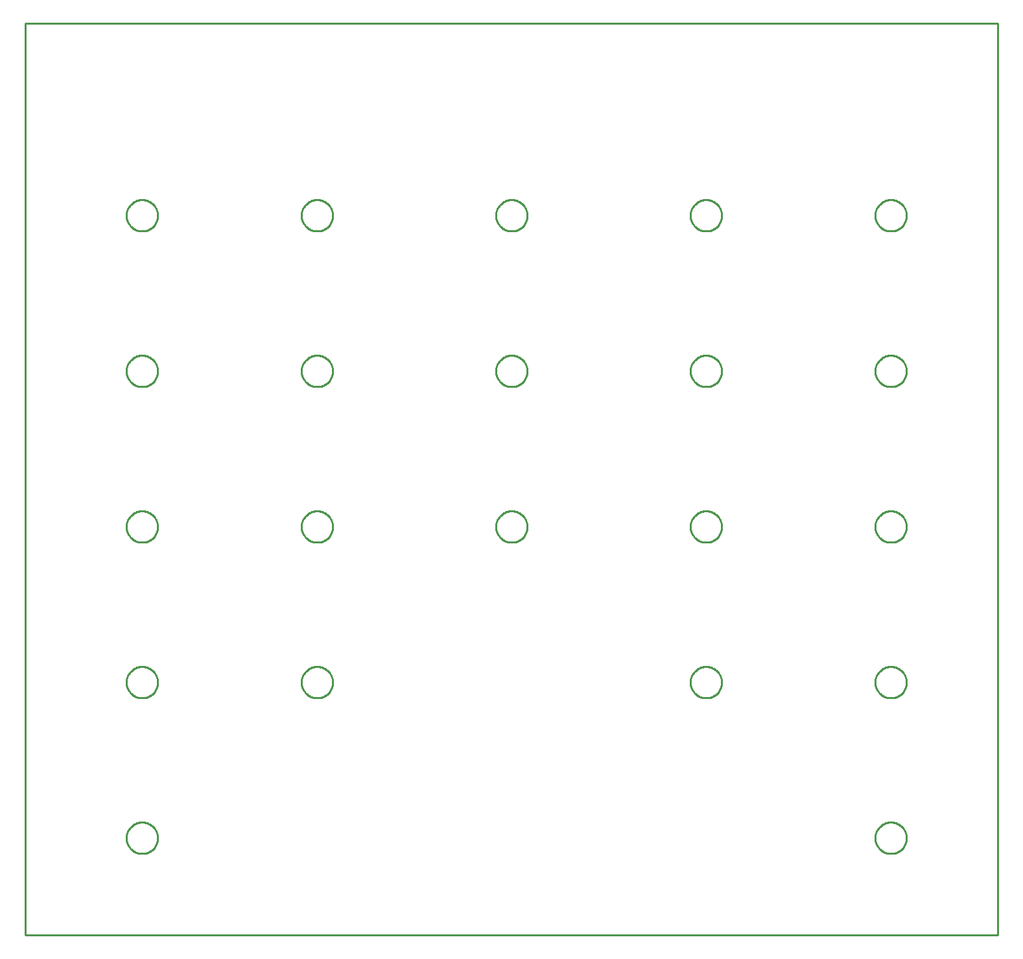
<source format=gbr>
G04 EAGLE Gerber RS-274X export*
G75*
%MOMM*%
%FSLAX34Y34*%
%LPD*%
%IN*%
%IPPOS*%
%AMOC8*
5,1,8,0,0,1.08239X$1,22.5*%
G01*
%ADD10C,0.254000*%


D10*
X0Y0D02*
X1269800Y0D01*
X1269800Y1190500D01*
X0Y1190500D01*
X0Y0D01*
X1150747Y940418D02*
X1150672Y941651D01*
X1150523Y942878D01*
X1150301Y944093D01*
X1150005Y945293D01*
X1149637Y946473D01*
X1149199Y947628D01*
X1148692Y948755D01*
X1148118Y949849D01*
X1147479Y950907D01*
X1146777Y951924D01*
X1146015Y952896D01*
X1145195Y953821D01*
X1144321Y954695D01*
X1143396Y955515D01*
X1142424Y956277D01*
X1141407Y956979D01*
X1140349Y957618D01*
X1139255Y958192D01*
X1138128Y958699D01*
X1136973Y959137D01*
X1135793Y959505D01*
X1134593Y959801D01*
X1133378Y960023D01*
X1132151Y960172D01*
X1130918Y960247D01*
X1129682Y960247D01*
X1128449Y960172D01*
X1127222Y960023D01*
X1126007Y959801D01*
X1124807Y959505D01*
X1123627Y959137D01*
X1122472Y958699D01*
X1121345Y958192D01*
X1120251Y957618D01*
X1119193Y956979D01*
X1118176Y956277D01*
X1117204Y955515D01*
X1116279Y954695D01*
X1115405Y953821D01*
X1114586Y952896D01*
X1113823Y951924D01*
X1113121Y950907D01*
X1112482Y949849D01*
X1111908Y948755D01*
X1111401Y947628D01*
X1110963Y946473D01*
X1110595Y945293D01*
X1110299Y944093D01*
X1110077Y942878D01*
X1109928Y941651D01*
X1109853Y940418D01*
X1109853Y939182D01*
X1109928Y937949D01*
X1110077Y936722D01*
X1110299Y935507D01*
X1110595Y934307D01*
X1110963Y933127D01*
X1111401Y931972D01*
X1111908Y930845D01*
X1112482Y929751D01*
X1113121Y928693D01*
X1113823Y927676D01*
X1114586Y926704D01*
X1115405Y925779D01*
X1116279Y924905D01*
X1117204Y924086D01*
X1118176Y923323D01*
X1119193Y922621D01*
X1120251Y921982D01*
X1121345Y921408D01*
X1122472Y920901D01*
X1123627Y920463D01*
X1124807Y920095D01*
X1126007Y919799D01*
X1127222Y919577D01*
X1128449Y919428D01*
X1129682Y919353D01*
X1130918Y919353D01*
X1132151Y919428D01*
X1133378Y919577D01*
X1134593Y919799D01*
X1135793Y920095D01*
X1136973Y920463D01*
X1138128Y920901D01*
X1139255Y921408D01*
X1140349Y921982D01*
X1141407Y922621D01*
X1142424Y923323D01*
X1143396Y924086D01*
X1144321Y924905D01*
X1145195Y925779D01*
X1146015Y926704D01*
X1146777Y927676D01*
X1147479Y928693D01*
X1148118Y929751D01*
X1148692Y930845D01*
X1149199Y931972D01*
X1149637Y933127D01*
X1150005Y934307D01*
X1150301Y935507D01*
X1150523Y936722D01*
X1150672Y937949D01*
X1150747Y939182D01*
X1150747Y940418D01*
X401447Y534018D02*
X401372Y535251D01*
X401223Y536478D01*
X401001Y537693D01*
X400705Y538893D01*
X400337Y540073D01*
X399899Y541228D01*
X399392Y542355D01*
X398818Y543449D01*
X398179Y544507D01*
X397477Y545524D01*
X396715Y546496D01*
X395895Y547421D01*
X395021Y548295D01*
X394096Y549115D01*
X393124Y549877D01*
X392107Y550579D01*
X391049Y551218D01*
X389955Y551792D01*
X388828Y552299D01*
X387673Y552737D01*
X386493Y553105D01*
X385293Y553401D01*
X384078Y553623D01*
X382851Y553772D01*
X381618Y553847D01*
X380382Y553847D01*
X379149Y553772D01*
X377922Y553623D01*
X376707Y553401D01*
X375507Y553105D01*
X374327Y552737D01*
X373172Y552299D01*
X372045Y551792D01*
X370951Y551218D01*
X369893Y550579D01*
X368876Y549877D01*
X367904Y549115D01*
X366979Y548295D01*
X366105Y547421D01*
X365286Y546496D01*
X364523Y545524D01*
X363821Y544507D01*
X363182Y543449D01*
X362608Y542355D01*
X362101Y541228D01*
X361663Y540073D01*
X361295Y538893D01*
X360999Y537693D01*
X360777Y536478D01*
X360628Y535251D01*
X360553Y534018D01*
X360553Y532782D01*
X360628Y531549D01*
X360777Y530322D01*
X360999Y529107D01*
X361295Y527907D01*
X361663Y526727D01*
X362101Y525572D01*
X362608Y524445D01*
X363182Y523351D01*
X363821Y522293D01*
X364523Y521276D01*
X365286Y520304D01*
X366105Y519379D01*
X366979Y518505D01*
X367904Y517686D01*
X368876Y516923D01*
X369893Y516221D01*
X370951Y515582D01*
X372045Y515008D01*
X373172Y514501D01*
X374327Y514063D01*
X375507Y513695D01*
X376707Y513399D01*
X377922Y513177D01*
X379149Y513028D01*
X380382Y512953D01*
X381618Y512953D01*
X382851Y513028D01*
X384078Y513177D01*
X385293Y513399D01*
X386493Y513695D01*
X387673Y514063D01*
X388828Y514501D01*
X389955Y515008D01*
X391049Y515582D01*
X392107Y516221D01*
X393124Y516923D01*
X394096Y517686D01*
X395021Y518505D01*
X395895Y519379D01*
X396715Y520304D01*
X397477Y521276D01*
X398179Y522293D01*
X398818Y523351D01*
X399392Y524445D01*
X399899Y525572D01*
X400337Y526727D01*
X400705Y527907D01*
X401001Y529107D01*
X401223Y530322D01*
X401372Y531549D01*
X401447Y532782D01*
X401447Y534018D01*
X655447Y534018D02*
X655372Y535251D01*
X655223Y536478D01*
X655001Y537693D01*
X654705Y538893D01*
X654337Y540073D01*
X653899Y541228D01*
X653392Y542355D01*
X652818Y543449D01*
X652179Y544507D01*
X651477Y545524D01*
X650715Y546496D01*
X649895Y547421D01*
X649021Y548295D01*
X648096Y549115D01*
X647124Y549877D01*
X646107Y550579D01*
X645049Y551218D01*
X643955Y551792D01*
X642828Y552299D01*
X641673Y552737D01*
X640493Y553105D01*
X639293Y553401D01*
X638078Y553623D01*
X636851Y553772D01*
X635618Y553847D01*
X634382Y553847D01*
X633149Y553772D01*
X631922Y553623D01*
X630707Y553401D01*
X629507Y553105D01*
X628327Y552737D01*
X627172Y552299D01*
X626045Y551792D01*
X624951Y551218D01*
X623893Y550579D01*
X622876Y549877D01*
X621904Y549115D01*
X620979Y548295D01*
X620105Y547421D01*
X619286Y546496D01*
X618523Y545524D01*
X617821Y544507D01*
X617182Y543449D01*
X616608Y542355D01*
X616101Y541228D01*
X615663Y540073D01*
X615295Y538893D01*
X614999Y537693D01*
X614777Y536478D01*
X614628Y535251D01*
X614553Y534018D01*
X614553Y532782D01*
X614628Y531549D01*
X614777Y530322D01*
X614999Y529107D01*
X615295Y527907D01*
X615663Y526727D01*
X616101Y525572D01*
X616608Y524445D01*
X617182Y523351D01*
X617821Y522293D01*
X618523Y521276D01*
X619286Y520304D01*
X620105Y519379D01*
X620979Y518505D01*
X621904Y517686D01*
X622876Y516923D01*
X623893Y516221D01*
X624951Y515582D01*
X626045Y515008D01*
X627172Y514501D01*
X628327Y514063D01*
X629507Y513695D01*
X630707Y513399D01*
X631922Y513177D01*
X633149Y513028D01*
X634382Y512953D01*
X635618Y512953D01*
X636851Y513028D01*
X638078Y513177D01*
X639293Y513399D01*
X640493Y513695D01*
X641673Y514063D01*
X642828Y514501D01*
X643955Y515008D01*
X645049Y515582D01*
X646107Y516221D01*
X647124Y516923D01*
X648096Y517686D01*
X649021Y518505D01*
X649895Y519379D01*
X650715Y520304D01*
X651477Y521276D01*
X652179Y522293D01*
X652818Y523351D01*
X653392Y524445D01*
X653899Y525572D01*
X654337Y526727D01*
X654705Y527907D01*
X655001Y529107D01*
X655223Y530322D01*
X655372Y531549D01*
X655447Y532782D01*
X655447Y534018D01*
X909447Y534018D02*
X909372Y535251D01*
X909223Y536478D01*
X909001Y537693D01*
X908705Y538893D01*
X908337Y540073D01*
X907899Y541228D01*
X907392Y542355D01*
X906818Y543449D01*
X906179Y544507D01*
X905477Y545524D01*
X904715Y546496D01*
X903895Y547421D01*
X903021Y548295D01*
X902096Y549115D01*
X901124Y549877D01*
X900107Y550579D01*
X899049Y551218D01*
X897955Y551792D01*
X896828Y552299D01*
X895673Y552737D01*
X894493Y553105D01*
X893293Y553401D01*
X892078Y553623D01*
X890851Y553772D01*
X889618Y553847D01*
X888382Y553847D01*
X887149Y553772D01*
X885922Y553623D01*
X884707Y553401D01*
X883507Y553105D01*
X882327Y552737D01*
X881172Y552299D01*
X880045Y551792D01*
X878951Y551218D01*
X877893Y550579D01*
X876876Y549877D01*
X875904Y549115D01*
X874979Y548295D01*
X874105Y547421D01*
X873286Y546496D01*
X872523Y545524D01*
X871821Y544507D01*
X871182Y543449D01*
X870608Y542355D01*
X870101Y541228D01*
X869663Y540073D01*
X869295Y538893D01*
X868999Y537693D01*
X868777Y536478D01*
X868628Y535251D01*
X868553Y534018D01*
X868553Y532782D01*
X868628Y531549D01*
X868777Y530322D01*
X868999Y529107D01*
X869295Y527907D01*
X869663Y526727D01*
X870101Y525572D01*
X870608Y524445D01*
X871182Y523351D01*
X871821Y522293D01*
X872523Y521276D01*
X873286Y520304D01*
X874105Y519379D01*
X874979Y518505D01*
X875904Y517686D01*
X876876Y516923D01*
X877893Y516221D01*
X878951Y515582D01*
X880045Y515008D01*
X881172Y514501D01*
X882327Y514063D01*
X883507Y513695D01*
X884707Y513399D01*
X885922Y513177D01*
X887149Y513028D01*
X888382Y512953D01*
X889618Y512953D01*
X890851Y513028D01*
X892078Y513177D01*
X893293Y513399D01*
X894493Y513695D01*
X895673Y514063D01*
X896828Y514501D01*
X897955Y515008D01*
X899049Y515582D01*
X900107Y516221D01*
X901124Y516923D01*
X902096Y517686D01*
X903021Y518505D01*
X903895Y519379D01*
X904715Y520304D01*
X905477Y521276D01*
X906179Y522293D01*
X906818Y523351D01*
X907392Y524445D01*
X907899Y525572D01*
X908337Y526727D01*
X908705Y527907D01*
X909001Y529107D01*
X909223Y530322D01*
X909372Y531549D01*
X909447Y532782D01*
X909447Y534018D01*
X1150747Y534018D02*
X1150672Y535251D01*
X1150523Y536478D01*
X1150301Y537693D01*
X1150005Y538893D01*
X1149637Y540073D01*
X1149199Y541228D01*
X1148692Y542355D01*
X1148118Y543449D01*
X1147479Y544507D01*
X1146777Y545524D01*
X1146015Y546496D01*
X1145195Y547421D01*
X1144321Y548295D01*
X1143396Y549115D01*
X1142424Y549877D01*
X1141407Y550579D01*
X1140349Y551218D01*
X1139255Y551792D01*
X1138128Y552299D01*
X1136973Y552737D01*
X1135793Y553105D01*
X1134593Y553401D01*
X1133378Y553623D01*
X1132151Y553772D01*
X1130918Y553847D01*
X1129682Y553847D01*
X1128449Y553772D01*
X1127222Y553623D01*
X1126007Y553401D01*
X1124807Y553105D01*
X1123627Y552737D01*
X1122472Y552299D01*
X1121345Y551792D01*
X1120251Y551218D01*
X1119193Y550579D01*
X1118176Y549877D01*
X1117204Y549115D01*
X1116279Y548295D01*
X1115405Y547421D01*
X1114586Y546496D01*
X1113823Y545524D01*
X1113121Y544507D01*
X1112482Y543449D01*
X1111908Y542355D01*
X1111401Y541228D01*
X1110963Y540073D01*
X1110595Y538893D01*
X1110299Y537693D01*
X1110077Y536478D01*
X1109928Y535251D01*
X1109853Y534018D01*
X1109853Y532782D01*
X1109928Y531549D01*
X1110077Y530322D01*
X1110299Y529107D01*
X1110595Y527907D01*
X1110963Y526727D01*
X1111401Y525572D01*
X1111908Y524445D01*
X1112482Y523351D01*
X1113121Y522293D01*
X1113823Y521276D01*
X1114586Y520304D01*
X1115405Y519379D01*
X1116279Y518505D01*
X1117204Y517686D01*
X1118176Y516923D01*
X1119193Y516221D01*
X1120251Y515582D01*
X1121345Y515008D01*
X1122472Y514501D01*
X1123627Y514063D01*
X1124807Y513695D01*
X1126007Y513399D01*
X1127222Y513177D01*
X1128449Y513028D01*
X1129682Y512953D01*
X1130918Y512953D01*
X1132151Y513028D01*
X1133378Y513177D01*
X1134593Y513399D01*
X1135793Y513695D01*
X1136973Y514063D01*
X1138128Y514501D01*
X1139255Y515008D01*
X1140349Y515582D01*
X1141407Y516221D01*
X1142424Y516923D01*
X1143396Y517686D01*
X1144321Y518505D01*
X1145195Y519379D01*
X1146015Y520304D01*
X1146777Y521276D01*
X1147479Y522293D01*
X1148118Y523351D01*
X1148692Y524445D01*
X1149199Y525572D01*
X1149637Y526727D01*
X1150005Y527907D01*
X1150301Y529107D01*
X1150523Y530322D01*
X1150672Y531549D01*
X1150747Y532782D01*
X1150747Y534018D01*
X1150747Y127618D02*
X1150672Y128851D01*
X1150523Y130078D01*
X1150301Y131293D01*
X1150005Y132493D01*
X1149637Y133673D01*
X1149199Y134828D01*
X1148692Y135955D01*
X1148118Y137049D01*
X1147479Y138107D01*
X1146777Y139124D01*
X1146015Y140096D01*
X1145195Y141021D01*
X1144321Y141895D01*
X1143396Y142715D01*
X1142424Y143477D01*
X1141407Y144179D01*
X1140349Y144818D01*
X1139255Y145392D01*
X1138128Y145899D01*
X1136973Y146337D01*
X1135793Y146705D01*
X1134593Y147001D01*
X1133378Y147223D01*
X1132151Y147372D01*
X1130918Y147447D01*
X1129682Y147447D01*
X1128449Y147372D01*
X1127222Y147223D01*
X1126007Y147001D01*
X1124807Y146705D01*
X1123627Y146337D01*
X1122472Y145899D01*
X1121345Y145392D01*
X1120251Y144818D01*
X1119193Y144179D01*
X1118176Y143477D01*
X1117204Y142715D01*
X1116279Y141895D01*
X1115405Y141021D01*
X1114586Y140096D01*
X1113823Y139124D01*
X1113121Y138107D01*
X1112482Y137049D01*
X1111908Y135955D01*
X1111401Y134828D01*
X1110963Y133673D01*
X1110595Y132493D01*
X1110299Y131293D01*
X1110077Y130078D01*
X1109928Y128851D01*
X1109853Y127618D01*
X1109853Y126382D01*
X1109928Y125149D01*
X1110077Y123922D01*
X1110299Y122707D01*
X1110595Y121507D01*
X1110963Y120327D01*
X1111401Y119172D01*
X1111908Y118045D01*
X1112482Y116951D01*
X1113121Y115893D01*
X1113823Y114876D01*
X1114586Y113904D01*
X1115405Y112979D01*
X1116279Y112105D01*
X1117204Y111286D01*
X1118176Y110523D01*
X1119193Y109821D01*
X1120251Y109182D01*
X1121345Y108608D01*
X1122472Y108101D01*
X1123627Y107663D01*
X1124807Y107295D01*
X1126007Y106999D01*
X1127222Y106777D01*
X1128449Y106628D01*
X1129682Y106553D01*
X1130918Y106553D01*
X1132151Y106628D01*
X1133378Y106777D01*
X1134593Y106999D01*
X1135793Y107295D01*
X1136973Y107663D01*
X1138128Y108101D01*
X1139255Y108608D01*
X1140349Y109182D01*
X1141407Y109821D01*
X1142424Y110523D01*
X1143396Y111286D01*
X1144321Y112105D01*
X1145195Y112979D01*
X1146015Y113904D01*
X1146777Y114876D01*
X1147479Y115893D01*
X1148118Y116951D01*
X1148692Y118045D01*
X1149199Y119172D01*
X1149637Y120327D01*
X1150005Y121507D01*
X1150301Y122707D01*
X1150523Y123922D01*
X1150672Y125149D01*
X1150747Y126382D01*
X1150747Y127618D01*
X909447Y330818D02*
X909372Y332051D01*
X909223Y333278D01*
X909001Y334493D01*
X908705Y335693D01*
X908337Y336873D01*
X907899Y338028D01*
X907392Y339155D01*
X906818Y340249D01*
X906179Y341307D01*
X905477Y342324D01*
X904715Y343296D01*
X903895Y344221D01*
X903021Y345095D01*
X902096Y345915D01*
X901124Y346677D01*
X900107Y347379D01*
X899049Y348018D01*
X897955Y348592D01*
X896828Y349099D01*
X895673Y349537D01*
X894493Y349905D01*
X893293Y350201D01*
X892078Y350423D01*
X890851Y350572D01*
X889618Y350647D01*
X888382Y350647D01*
X887149Y350572D01*
X885922Y350423D01*
X884707Y350201D01*
X883507Y349905D01*
X882327Y349537D01*
X881172Y349099D01*
X880045Y348592D01*
X878951Y348018D01*
X877893Y347379D01*
X876876Y346677D01*
X875904Y345915D01*
X874979Y345095D01*
X874105Y344221D01*
X873286Y343296D01*
X872523Y342324D01*
X871821Y341307D01*
X871182Y340249D01*
X870608Y339155D01*
X870101Y338028D01*
X869663Y336873D01*
X869295Y335693D01*
X868999Y334493D01*
X868777Y333278D01*
X868628Y332051D01*
X868553Y330818D01*
X868553Y329582D01*
X868628Y328349D01*
X868777Y327122D01*
X868999Y325907D01*
X869295Y324707D01*
X869663Y323527D01*
X870101Y322372D01*
X870608Y321245D01*
X871182Y320151D01*
X871821Y319093D01*
X872523Y318076D01*
X873286Y317104D01*
X874105Y316179D01*
X874979Y315305D01*
X875904Y314486D01*
X876876Y313723D01*
X877893Y313021D01*
X878951Y312382D01*
X880045Y311808D01*
X881172Y311301D01*
X882327Y310863D01*
X883507Y310495D01*
X884707Y310199D01*
X885922Y309977D01*
X887149Y309828D01*
X888382Y309753D01*
X889618Y309753D01*
X890851Y309828D01*
X892078Y309977D01*
X893293Y310199D01*
X894493Y310495D01*
X895673Y310863D01*
X896828Y311301D01*
X897955Y311808D01*
X899049Y312382D01*
X900107Y313021D01*
X901124Y313723D01*
X902096Y314486D01*
X903021Y315305D01*
X903895Y316179D01*
X904715Y317104D01*
X905477Y318076D01*
X906179Y319093D01*
X906818Y320151D01*
X907392Y321245D01*
X907899Y322372D01*
X908337Y323527D01*
X908705Y324707D01*
X909001Y325907D01*
X909223Y327122D01*
X909372Y328349D01*
X909447Y329582D01*
X909447Y330818D01*
X1150747Y330818D02*
X1150672Y332051D01*
X1150523Y333278D01*
X1150301Y334493D01*
X1150005Y335693D01*
X1149637Y336873D01*
X1149199Y338028D01*
X1148692Y339155D01*
X1148118Y340249D01*
X1147479Y341307D01*
X1146777Y342324D01*
X1146015Y343296D01*
X1145195Y344221D01*
X1144321Y345095D01*
X1143396Y345915D01*
X1142424Y346677D01*
X1141407Y347379D01*
X1140349Y348018D01*
X1139255Y348592D01*
X1138128Y349099D01*
X1136973Y349537D01*
X1135793Y349905D01*
X1134593Y350201D01*
X1133378Y350423D01*
X1132151Y350572D01*
X1130918Y350647D01*
X1129682Y350647D01*
X1128449Y350572D01*
X1127222Y350423D01*
X1126007Y350201D01*
X1124807Y349905D01*
X1123627Y349537D01*
X1122472Y349099D01*
X1121345Y348592D01*
X1120251Y348018D01*
X1119193Y347379D01*
X1118176Y346677D01*
X1117204Y345915D01*
X1116279Y345095D01*
X1115405Y344221D01*
X1114586Y343296D01*
X1113823Y342324D01*
X1113121Y341307D01*
X1112482Y340249D01*
X1111908Y339155D01*
X1111401Y338028D01*
X1110963Y336873D01*
X1110595Y335693D01*
X1110299Y334493D01*
X1110077Y333278D01*
X1109928Y332051D01*
X1109853Y330818D01*
X1109853Y329582D01*
X1109928Y328349D01*
X1110077Y327122D01*
X1110299Y325907D01*
X1110595Y324707D01*
X1110963Y323527D01*
X1111401Y322372D01*
X1111908Y321245D01*
X1112482Y320151D01*
X1113121Y319093D01*
X1113823Y318076D01*
X1114586Y317104D01*
X1115405Y316179D01*
X1116279Y315305D01*
X1117204Y314486D01*
X1118176Y313723D01*
X1119193Y313021D01*
X1120251Y312382D01*
X1121345Y311808D01*
X1122472Y311301D01*
X1123627Y310863D01*
X1124807Y310495D01*
X1126007Y310199D01*
X1127222Y309977D01*
X1128449Y309828D01*
X1129682Y309753D01*
X1130918Y309753D01*
X1132151Y309828D01*
X1133378Y309977D01*
X1134593Y310199D01*
X1135793Y310495D01*
X1136973Y310863D01*
X1138128Y311301D01*
X1139255Y311808D01*
X1140349Y312382D01*
X1141407Y313021D01*
X1142424Y313723D01*
X1143396Y314486D01*
X1144321Y315305D01*
X1145195Y316179D01*
X1146015Y317104D01*
X1146777Y318076D01*
X1147479Y319093D01*
X1148118Y320151D01*
X1148692Y321245D01*
X1149199Y322372D01*
X1149637Y323527D01*
X1150005Y324707D01*
X1150301Y325907D01*
X1150523Y327122D01*
X1150672Y328349D01*
X1150747Y329582D01*
X1150747Y330818D01*
X1150747Y737218D02*
X1150672Y738451D01*
X1150523Y739678D01*
X1150301Y740893D01*
X1150005Y742093D01*
X1149637Y743273D01*
X1149199Y744428D01*
X1148692Y745555D01*
X1148118Y746649D01*
X1147479Y747707D01*
X1146777Y748724D01*
X1146015Y749696D01*
X1145195Y750621D01*
X1144321Y751495D01*
X1143396Y752315D01*
X1142424Y753077D01*
X1141407Y753779D01*
X1140349Y754418D01*
X1139255Y754992D01*
X1138128Y755499D01*
X1136973Y755937D01*
X1135793Y756305D01*
X1134593Y756601D01*
X1133378Y756823D01*
X1132151Y756972D01*
X1130918Y757047D01*
X1129682Y757047D01*
X1128449Y756972D01*
X1127222Y756823D01*
X1126007Y756601D01*
X1124807Y756305D01*
X1123627Y755937D01*
X1122472Y755499D01*
X1121345Y754992D01*
X1120251Y754418D01*
X1119193Y753779D01*
X1118176Y753077D01*
X1117204Y752315D01*
X1116279Y751495D01*
X1115405Y750621D01*
X1114586Y749696D01*
X1113823Y748724D01*
X1113121Y747707D01*
X1112482Y746649D01*
X1111908Y745555D01*
X1111401Y744428D01*
X1110963Y743273D01*
X1110595Y742093D01*
X1110299Y740893D01*
X1110077Y739678D01*
X1109928Y738451D01*
X1109853Y737218D01*
X1109853Y735982D01*
X1109928Y734749D01*
X1110077Y733522D01*
X1110299Y732307D01*
X1110595Y731107D01*
X1110963Y729927D01*
X1111401Y728772D01*
X1111908Y727645D01*
X1112482Y726551D01*
X1113121Y725493D01*
X1113823Y724476D01*
X1114586Y723504D01*
X1115405Y722579D01*
X1116279Y721705D01*
X1117204Y720886D01*
X1118176Y720123D01*
X1119193Y719421D01*
X1120251Y718782D01*
X1121345Y718208D01*
X1122472Y717701D01*
X1123627Y717263D01*
X1124807Y716895D01*
X1126007Y716599D01*
X1127222Y716377D01*
X1128449Y716228D01*
X1129682Y716153D01*
X1130918Y716153D01*
X1132151Y716228D01*
X1133378Y716377D01*
X1134593Y716599D01*
X1135793Y716895D01*
X1136973Y717263D01*
X1138128Y717701D01*
X1139255Y718208D01*
X1140349Y718782D01*
X1141407Y719421D01*
X1142424Y720123D01*
X1143396Y720886D01*
X1144321Y721705D01*
X1145195Y722579D01*
X1146015Y723504D01*
X1146777Y724476D01*
X1147479Y725493D01*
X1148118Y726551D01*
X1148692Y727645D01*
X1149199Y728772D01*
X1149637Y729927D01*
X1150005Y731107D01*
X1150301Y732307D01*
X1150523Y733522D01*
X1150672Y734749D01*
X1150747Y735982D01*
X1150747Y737218D01*
X401447Y330818D02*
X401372Y332051D01*
X401223Y333278D01*
X401001Y334493D01*
X400705Y335693D01*
X400337Y336873D01*
X399899Y338028D01*
X399392Y339155D01*
X398818Y340249D01*
X398179Y341307D01*
X397477Y342324D01*
X396715Y343296D01*
X395895Y344221D01*
X395021Y345095D01*
X394096Y345915D01*
X393124Y346677D01*
X392107Y347379D01*
X391049Y348018D01*
X389955Y348592D01*
X388828Y349099D01*
X387673Y349537D01*
X386493Y349905D01*
X385293Y350201D01*
X384078Y350423D01*
X382851Y350572D01*
X381618Y350647D01*
X380382Y350647D01*
X379149Y350572D01*
X377922Y350423D01*
X376707Y350201D01*
X375507Y349905D01*
X374327Y349537D01*
X373172Y349099D01*
X372045Y348592D01*
X370951Y348018D01*
X369893Y347379D01*
X368876Y346677D01*
X367904Y345915D01*
X366979Y345095D01*
X366105Y344221D01*
X365286Y343296D01*
X364523Y342324D01*
X363821Y341307D01*
X363182Y340249D01*
X362608Y339155D01*
X362101Y338028D01*
X361663Y336873D01*
X361295Y335693D01*
X360999Y334493D01*
X360777Y333278D01*
X360628Y332051D01*
X360553Y330818D01*
X360553Y329582D01*
X360628Y328349D01*
X360777Y327122D01*
X360999Y325907D01*
X361295Y324707D01*
X361663Y323527D01*
X362101Y322372D01*
X362608Y321245D01*
X363182Y320151D01*
X363821Y319093D01*
X364523Y318076D01*
X365286Y317104D01*
X366105Y316179D01*
X366979Y315305D01*
X367904Y314486D01*
X368876Y313723D01*
X369893Y313021D01*
X370951Y312382D01*
X372045Y311808D01*
X373172Y311301D01*
X374327Y310863D01*
X375507Y310495D01*
X376707Y310199D01*
X377922Y309977D01*
X379149Y309828D01*
X380382Y309753D01*
X381618Y309753D01*
X382851Y309828D01*
X384078Y309977D01*
X385293Y310199D01*
X386493Y310495D01*
X387673Y310863D01*
X388828Y311301D01*
X389955Y311808D01*
X391049Y312382D01*
X392107Y313021D01*
X393124Y313723D01*
X394096Y314486D01*
X395021Y315305D01*
X395895Y316179D01*
X396715Y317104D01*
X397477Y318076D01*
X398179Y319093D01*
X398818Y320151D01*
X399392Y321245D01*
X399899Y322372D01*
X400337Y323527D01*
X400705Y324707D01*
X401001Y325907D01*
X401223Y327122D01*
X401372Y328349D01*
X401447Y329582D01*
X401447Y330818D01*
X909447Y940418D02*
X909372Y941651D01*
X909223Y942878D01*
X909001Y944093D01*
X908705Y945293D01*
X908337Y946473D01*
X907899Y947628D01*
X907392Y948755D01*
X906818Y949849D01*
X906179Y950907D01*
X905477Y951924D01*
X904715Y952896D01*
X903895Y953821D01*
X903021Y954695D01*
X902096Y955515D01*
X901124Y956277D01*
X900107Y956979D01*
X899049Y957618D01*
X897955Y958192D01*
X896828Y958699D01*
X895673Y959137D01*
X894493Y959505D01*
X893293Y959801D01*
X892078Y960023D01*
X890851Y960172D01*
X889618Y960247D01*
X888382Y960247D01*
X887149Y960172D01*
X885922Y960023D01*
X884707Y959801D01*
X883507Y959505D01*
X882327Y959137D01*
X881172Y958699D01*
X880045Y958192D01*
X878951Y957618D01*
X877893Y956979D01*
X876876Y956277D01*
X875904Y955515D01*
X874979Y954695D01*
X874105Y953821D01*
X873286Y952896D01*
X872523Y951924D01*
X871821Y950907D01*
X871182Y949849D01*
X870608Y948755D01*
X870101Y947628D01*
X869663Y946473D01*
X869295Y945293D01*
X868999Y944093D01*
X868777Y942878D01*
X868628Y941651D01*
X868553Y940418D01*
X868553Y939182D01*
X868628Y937949D01*
X868777Y936722D01*
X868999Y935507D01*
X869295Y934307D01*
X869663Y933127D01*
X870101Y931972D01*
X870608Y930845D01*
X871182Y929751D01*
X871821Y928693D01*
X872523Y927676D01*
X873286Y926704D01*
X874105Y925779D01*
X874979Y924905D01*
X875904Y924086D01*
X876876Y923323D01*
X877893Y922621D01*
X878951Y921982D01*
X880045Y921408D01*
X881172Y920901D01*
X882327Y920463D01*
X883507Y920095D01*
X884707Y919799D01*
X885922Y919577D01*
X887149Y919428D01*
X888382Y919353D01*
X889618Y919353D01*
X890851Y919428D01*
X892078Y919577D01*
X893293Y919799D01*
X894493Y920095D01*
X895673Y920463D01*
X896828Y920901D01*
X897955Y921408D01*
X899049Y921982D01*
X900107Y922621D01*
X901124Y923323D01*
X902096Y924086D01*
X903021Y924905D01*
X903895Y925779D01*
X904715Y926704D01*
X905477Y927676D01*
X906179Y928693D01*
X906818Y929751D01*
X907392Y930845D01*
X907899Y931972D01*
X908337Y933127D01*
X908705Y934307D01*
X909001Y935507D01*
X909223Y936722D01*
X909372Y937949D01*
X909447Y939182D01*
X909447Y940418D01*
X909447Y737218D02*
X909372Y738451D01*
X909223Y739678D01*
X909001Y740893D01*
X908705Y742093D01*
X908337Y743273D01*
X907899Y744428D01*
X907392Y745555D01*
X906818Y746649D01*
X906179Y747707D01*
X905477Y748724D01*
X904715Y749696D01*
X903895Y750621D01*
X903021Y751495D01*
X902096Y752315D01*
X901124Y753077D01*
X900107Y753779D01*
X899049Y754418D01*
X897955Y754992D01*
X896828Y755499D01*
X895673Y755937D01*
X894493Y756305D01*
X893293Y756601D01*
X892078Y756823D01*
X890851Y756972D01*
X889618Y757047D01*
X888382Y757047D01*
X887149Y756972D01*
X885922Y756823D01*
X884707Y756601D01*
X883507Y756305D01*
X882327Y755937D01*
X881172Y755499D01*
X880045Y754992D01*
X878951Y754418D01*
X877893Y753779D01*
X876876Y753077D01*
X875904Y752315D01*
X874979Y751495D01*
X874105Y750621D01*
X873286Y749696D01*
X872523Y748724D01*
X871821Y747707D01*
X871182Y746649D01*
X870608Y745555D01*
X870101Y744428D01*
X869663Y743273D01*
X869295Y742093D01*
X868999Y740893D01*
X868777Y739678D01*
X868628Y738451D01*
X868553Y737218D01*
X868553Y735982D01*
X868628Y734749D01*
X868777Y733522D01*
X868999Y732307D01*
X869295Y731107D01*
X869663Y729927D01*
X870101Y728772D01*
X870608Y727645D01*
X871182Y726551D01*
X871821Y725493D01*
X872523Y724476D01*
X873286Y723504D01*
X874105Y722579D01*
X874979Y721705D01*
X875904Y720886D01*
X876876Y720123D01*
X877893Y719421D01*
X878951Y718782D01*
X880045Y718208D01*
X881172Y717701D01*
X882327Y717263D01*
X883507Y716895D01*
X884707Y716599D01*
X885922Y716377D01*
X887149Y716228D01*
X888382Y716153D01*
X889618Y716153D01*
X890851Y716228D01*
X892078Y716377D01*
X893293Y716599D01*
X894493Y716895D01*
X895673Y717263D01*
X896828Y717701D01*
X897955Y718208D01*
X899049Y718782D01*
X900107Y719421D01*
X901124Y720123D01*
X902096Y720886D01*
X903021Y721705D01*
X903895Y722579D01*
X904715Y723504D01*
X905477Y724476D01*
X906179Y725493D01*
X906818Y726551D01*
X907392Y727645D01*
X907899Y728772D01*
X908337Y729927D01*
X908705Y731107D01*
X909001Y732307D01*
X909223Y733522D01*
X909372Y734749D01*
X909447Y735982D01*
X909447Y737218D01*
X655447Y940418D02*
X655372Y941651D01*
X655223Y942878D01*
X655001Y944093D01*
X654705Y945293D01*
X654337Y946473D01*
X653899Y947628D01*
X653392Y948755D01*
X652818Y949849D01*
X652179Y950907D01*
X651477Y951924D01*
X650715Y952896D01*
X649895Y953821D01*
X649021Y954695D01*
X648096Y955515D01*
X647124Y956277D01*
X646107Y956979D01*
X645049Y957618D01*
X643955Y958192D01*
X642828Y958699D01*
X641673Y959137D01*
X640493Y959505D01*
X639293Y959801D01*
X638078Y960023D01*
X636851Y960172D01*
X635618Y960247D01*
X634382Y960247D01*
X633149Y960172D01*
X631922Y960023D01*
X630707Y959801D01*
X629507Y959505D01*
X628327Y959137D01*
X627172Y958699D01*
X626045Y958192D01*
X624951Y957618D01*
X623893Y956979D01*
X622876Y956277D01*
X621904Y955515D01*
X620979Y954695D01*
X620105Y953821D01*
X619286Y952896D01*
X618523Y951924D01*
X617821Y950907D01*
X617182Y949849D01*
X616608Y948755D01*
X616101Y947628D01*
X615663Y946473D01*
X615295Y945293D01*
X614999Y944093D01*
X614777Y942878D01*
X614628Y941651D01*
X614553Y940418D01*
X614553Y939182D01*
X614628Y937949D01*
X614777Y936722D01*
X614999Y935507D01*
X615295Y934307D01*
X615663Y933127D01*
X616101Y931972D01*
X616608Y930845D01*
X617182Y929751D01*
X617821Y928693D01*
X618523Y927676D01*
X619286Y926704D01*
X620105Y925779D01*
X620979Y924905D01*
X621904Y924086D01*
X622876Y923323D01*
X623893Y922621D01*
X624951Y921982D01*
X626045Y921408D01*
X627172Y920901D01*
X628327Y920463D01*
X629507Y920095D01*
X630707Y919799D01*
X631922Y919577D01*
X633149Y919428D01*
X634382Y919353D01*
X635618Y919353D01*
X636851Y919428D01*
X638078Y919577D01*
X639293Y919799D01*
X640493Y920095D01*
X641673Y920463D01*
X642828Y920901D01*
X643955Y921408D01*
X645049Y921982D01*
X646107Y922621D01*
X647124Y923323D01*
X648096Y924086D01*
X649021Y924905D01*
X649895Y925779D01*
X650715Y926704D01*
X651477Y927676D01*
X652179Y928693D01*
X652818Y929751D01*
X653392Y930845D01*
X653899Y931972D01*
X654337Y933127D01*
X654705Y934307D01*
X655001Y935507D01*
X655223Y936722D01*
X655372Y937949D01*
X655447Y939182D01*
X655447Y940418D01*
X655447Y737218D02*
X655372Y738451D01*
X655223Y739678D01*
X655001Y740893D01*
X654705Y742093D01*
X654337Y743273D01*
X653899Y744428D01*
X653392Y745555D01*
X652818Y746649D01*
X652179Y747707D01*
X651477Y748724D01*
X650715Y749696D01*
X649895Y750621D01*
X649021Y751495D01*
X648096Y752315D01*
X647124Y753077D01*
X646107Y753779D01*
X645049Y754418D01*
X643955Y754992D01*
X642828Y755499D01*
X641673Y755937D01*
X640493Y756305D01*
X639293Y756601D01*
X638078Y756823D01*
X636851Y756972D01*
X635618Y757047D01*
X634382Y757047D01*
X633149Y756972D01*
X631922Y756823D01*
X630707Y756601D01*
X629507Y756305D01*
X628327Y755937D01*
X627172Y755499D01*
X626045Y754992D01*
X624951Y754418D01*
X623893Y753779D01*
X622876Y753077D01*
X621904Y752315D01*
X620979Y751495D01*
X620105Y750621D01*
X619286Y749696D01*
X618523Y748724D01*
X617821Y747707D01*
X617182Y746649D01*
X616608Y745555D01*
X616101Y744428D01*
X615663Y743273D01*
X615295Y742093D01*
X614999Y740893D01*
X614777Y739678D01*
X614628Y738451D01*
X614553Y737218D01*
X614553Y735982D01*
X614628Y734749D01*
X614777Y733522D01*
X614999Y732307D01*
X615295Y731107D01*
X615663Y729927D01*
X616101Y728772D01*
X616608Y727645D01*
X617182Y726551D01*
X617821Y725493D01*
X618523Y724476D01*
X619286Y723504D01*
X620105Y722579D01*
X620979Y721705D01*
X621904Y720886D01*
X622876Y720123D01*
X623893Y719421D01*
X624951Y718782D01*
X626045Y718208D01*
X627172Y717701D01*
X628327Y717263D01*
X629507Y716895D01*
X630707Y716599D01*
X631922Y716377D01*
X633149Y716228D01*
X634382Y716153D01*
X635618Y716153D01*
X636851Y716228D01*
X638078Y716377D01*
X639293Y716599D01*
X640493Y716895D01*
X641673Y717263D01*
X642828Y717701D01*
X643955Y718208D01*
X645049Y718782D01*
X646107Y719421D01*
X647124Y720123D01*
X648096Y720886D01*
X649021Y721705D01*
X649895Y722579D01*
X650715Y723504D01*
X651477Y724476D01*
X652179Y725493D01*
X652818Y726551D01*
X653392Y727645D01*
X653899Y728772D01*
X654337Y729927D01*
X654705Y731107D01*
X655001Y732307D01*
X655223Y733522D01*
X655372Y734749D01*
X655447Y735982D01*
X655447Y737218D01*
X401447Y940418D02*
X401372Y941651D01*
X401223Y942878D01*
X401001Y944093D01*
X400705Y945293D01*
X400337Y946473D01*
X399899Y947628D01*
X399392Y948755D01*
X398818Y949849D01*
X398179Y950907D01*
X397477Y951924D01*
X396715Y952896D01*
X395895Y953821D01*
X395021Y954695D01*
X394096Y955515D01*
X393124Y956277D01*
X392107Y956979D01*
X391049Y957618D01*
X389955Y958192D01*
X388828Y958699D01*
X387673Y959137D01*
X386493Y959505D01*
X385293Y959801D01*
X384078Y960023D01*
X382851Y960172D01*
X381618Y960247D01*
X380382Y960247D01*
X379149Y960172D01*
X377922Y960023D01*
X376707Y959801D01*
X375507Y959505D01*
X374327Y959137D01*
X373172Y958699D01*
X372045Y958192D01*
X370951Y957618D01*
X369893Y956979D01*
X368876Y956277D01*
X367904Y955515D01*
X366979Y954695D01*
X366105Y953821D01*
X365286Y952896D01*
X364523Y951924D01*
X363821Y950907D01*
X363182Y949849D01*
X362608Y948755D01*
X362101Y947628D01*
X361663Y946473D01*
X361295Y945293D01*
X360999Y944093D01*
X360777Y942878D01*
X360628Y941651D01*
X360553Y940418D01*
X360553Y939182D01*
X360628Y937949D01*
X360777Y936722D01*
X360999Y935507D01*
X361295Y934307D01*
X361663Y933127D01*
X362101Y931972D01*
X362608Y930845D01*
X363182Y929751D01*
X363821Y928693D01*
X364523Y927676D01*
X365286Y926704D01*
X366105Y925779D01*
X366979Y924905D01*
X367904Y924086D01*
X368876Y923323D01*
X369893Y922621D01*
X370951Y921982D01*
X372045Y921408D01*
X373172Y920901D01*
X374327Y920463D01*
X375507Y920095D01*
X376707Y919799D01*
X377922Y919577D01*
X379149Y919428D01*
X380382Y919353D01*
X381618Y919353D01*
X382851Y919428D01*
X384078Y919577D01*
X385293Y919799D01*
X386493Y920095D01*
X387673Y920463D01*
X388828Y920901D01*
X389955Y921408D01*
X391049Y921982D01*
X392107Y922621D01*
X393124Y923323D01*
X394096Y924086D01*
X395021Y924905D01*
X395895Y925779D01*
X396715Y926704D01*
X397477Y927676D01*
X398179Y928693D01*
X398818Y929751D01*
X399392Y930845D01*
X399899Y931972D01*
X400337Y933127D01*
X400705Y934307D01*
X401001Y935507D01*
X401223Y936722D01*
X401372Y937949D01*
X401447Y939182D01*
X401447Y940418D01*
X401447Y737218D02*
X401372Y738451D01*
X401223Y739678D01*
X401001Y740893D01*
X400705Y742093D01*
X400337Y743273D01*
X399899Y744428D01*
X399392Y745555D01*
X398818Y746649D01*
X398179Y747707D01*
X397477Y748724D01*
X396715Y749696D01*
X395895Y750621D01*
X395021Y751495D01*
X394096Y752315D01*
X393124Y753077D01*
X392107Y753779D01*
X391049Y754418D01*
X389955Y754992D01*
X388828Y755499D01*
X387673Y755937D01*
X386493Y756305D01*
X385293Y756601D01*
X384078Y756823D01*
X382851Y756972D01*
X381618Y757047D01*
X380382Y757047D01*
X379149Y756972D01*
X377922Y756823D01*
X376707Y756601D01*
X375507Y756305D01*
X374327Y755937D01*
X373172Y755499D01*
X372045Y754992D01*
X370951Y754418D01*
X369893Y753779D01*
X368876Y753077D01*
X367904Y752315D01*
X366979Y751495D01*
X366105Y750621D01*
X365286Y749696D01*
X364523Y748724D01*
X363821Y747707D01*
X363182Y746649D01*
X362608Y745555D01*
X362101Y744428D01*
X361663Y743273D01*
X361295Y742093D01*
X360999Y740893D01*
X360777Y739678D01*
X360628Y738451D01*
X360553Y737218D01*
X360553Y735982D01*
X360628Y734749D01*
X360777Y733522D01*
X360999Y732307D01*
X361295Y731107D01*
X361663Y729927D01*
X362101Y728772D01*
X362608Y727645D01*
X363182Y726551D01*
X363821Y725493D01*
X364523Y724476D01*
X365286Y723504D01*
X366105Y722579D01*
X366979Y721705D01*
X367904Y720886D01*
X368876Y720123D01*
X369893Y719421D01*
X370951Y718782D01*
X372045Y718208D01*
X373172Y717701D01*
X374327Y717263D01*
X375507Y716895D01*
X376707Y716599D01*
X377922Y716377D01*
X379149Y716228D01*
X380382Y716153D01*
X381618Y716153D01*
X382851Y716228D01*
X384078Y716377D01*
X385293Y716599D01*
X386493Y716895D01*
X387673Y717263D01*
X388828Y717701D01*
X389955Y718208D01*
X391049Y718782D01*
X392107Y719421D01*
X393124Y720123D01*
X394096Y720886D01*
X395021Y721705D01*
X395895Y722579D01*
X396715Y723504D01*
X397477Y724476D01*
X398179Y725493D01*
X398818Y726551D01*
X399392Y727645D01*
X399899Y728772D01*
X400337Y729927D01*
X400705Y731107D01*
X401001Y732307D01*
X401223Y733522D01*
X401372Y734749D01*
X401447Y735982D01*
X401447Y737218D01*
X172847Y940418D02*
X172772Y941651D01*
X172623Y942878D01*
X172401Y944093D01*
X172105Y945293D01*
X171737Y946473D01*
X171299Y947628D01*
X170792Y948755D01*
X170218Y949849D01*
X169579Y950907D01*
X168877Y951924D01*
X168115Y952896D01*
X167295Y953821D01*
X166421Y954695D01*
X165496Y955515D01*
X164524Y956277D01*
X163507Y956979D01*
X162449Y957618D01*
X161355Y958192D01*
X160228Y958699D01*
X159073Y959137D01*
X157893Y959505D01*
X156693Y959801D01*
X155478Y960023D01*
X154251Y960172D01*
X153018Y960247D01*
X151782Y960247D01*
X150549Y960172D01*
X149322Y960023D01*
X148107Y959801D01*
X146907Y959505D01*
X145727Y959137D01*
X144572Y958699D01*
X143445Y958192D01*
X142351Y957618D01*
X141293Y956979D01*
X140276Y956277D01*
X139304Y955515D01*
X138379Y954695D01*
X137505Y953821D01*
X136686Y952896D01*
X135923Y951924D01*
X135221Y950907D01*
X134582Y949849D01*
X134008Y948755D01*
X133501Y947628D01*
X133063Y946473D01*
X132695Y945293D01*
X132399Y944093D01*
X132177Y942878D01*
X132028Y941651D01*
X131953Y940418D01*
X131953Y939182D01*
X132028Y937949D01*
X132177Y936722D01*
X132399Y935507D01*
X132695Y934307D01*
X133063Y933127D01*
X133501Y931972D01*
X134008Y930845D01*
X134582Y929751D01*
X135221Y928693D01*
X135923Y927676D01*
X136686Y926704D01*
X137505Y925779D01*
X138379Y924905D01*
X139304Y924086D01*
X140276Y923323D01*
X141293Y922621D01*
X142351Y921982D01*
X143445Y921408D01*
X144572Y920901D01*
X145727Y920463D01*
X146907Y920095D01*
X148107Y919799D01*
X149322Y919577D01*
X150549Y919428D01*
X151782Y919353D01*
X153018Y919353D01*
X154251Y919428D01*
X155478Y919577D01*
X156693Y919799D01*
X157893Y920095D01*
X159073Y920463D01*
X160228Y920901D01*
X161355Y921408D01*
X162449Y921982D01*
X163507Y922621D01*
X164524Y923323D01*
X165496Y924086D01*
X166421Y924905D01*
X167295Y925779D01*
X168115Y926704D01*
X168877Y927676D01*
X169579Y928693D01*
X170218Y929751D01*
X170792Y930845D01*
X171299Y931972D01*
X171737Y933127D01*
X172105Y934307D01*
X172401Y935507D01*
X172623Y936722D01*
X172772Y937949D01*
X172847Y939182D01*
X172847Y940418D01*
X172847Y737218D02*
X172772Y738451D01*
X172623Y739678D01*
X172401Y740893D01*
X172105Y742093D01*
X171737Y743273D01*
X171299Y744428D01*
X170792Y745555D01*
X170218Y746649D01*
X169579Y747707D01*
X168877Y748724D01*
X168115Y749696D01*
X167295Y750621D01*
X166421Y751495D01*
X165496Y752315D01*
X164524Y753077D01*
X163507Y753779D01*
X162449Y754418D01*
X161355Y754992D01*
X160228Y755499D01*
X159073Y755937D01*
X157893Y756305D01*
X156693Y756601D01*
X155478Y756823D01*
X154251Y756972D01*
X153018Y757047D01*
X151782Y757047D01*
X150549Y756972D01*
X149322Y756823D01*
X148107Y756601D01*
X146907Y756305D01*
X145727Y755937D01*
X144572Y755499D01*
X143445Y754992D01*
X142351Y754418D01*
X141293Y753779D01*
X140276Y753077D01*
X139304Y752315D01*
X138379Y751495D01*
X137505Y750621D01*
X136686Y749696D01*
X135923Y748724D01*
X135221Y747707D01*
X134582Y746649D01*
X134008Y745555D01*
X133501Y744428D01*
X133063Y743273D01*
X132695Y742093D01*
X132399Y740893D01*
X132177Y739678D01*
X132028Y738451D01*
X131953Y737218D01*
X131953Y735982D01*
X132028Y734749D01*
X132177Y733522D01*
X132399Y732307D01*
X132695Y731107D01*
X133063Y729927D01*
X133501Y728772D01*
X134008Y727645D01*
X134582Y726551D01*
X135221Y725493D01*
X135923Y724476D01*
X136686Y723504D01*
X137505Y722579D01*
X138379Y721705D01*
X139304Y720886D01*
X140276Y720123D01*
X141293Y719421D01*
X142351Y718782D01*
X143445Y718208D01*
X144572Y717701D01*
X145727Y717263D01*
X146907Y716895D01*
X148107Y716599D01*
X149322Y716377D01*
X150549Y716228D01*
X151782Y716153D01*
X153018Y716153D01*
X154251Y716228D01*
X155478Y716377D01*
X156693Y716599D01*
X157893Y716895D01*
X159073Y717263D01*
X160228Y717701D01*
X161355Y718208D01*
X162449Y718782D01*
X163507Y719421D01*
X164524Y720123D01*
X165496Y720886D01*
X166421Y721705D01*
X167295Y722579D01*
X168115Y723504D01*
X168877Y724476D01*
X169579Y725493D01*
X170218Y726551D01*
X170792Y727645D01*
X171299Y728772D01*
X171737Y729927D01*
X172105Y731107D01*
X172401Y732307D01*
X172623Y733522D01*
X172772Y734749D01*
X172847Y735982D01*
X172847Y737218D01*
X172847Y534018D02*
X172772Y535251D01*
X172623Y536478D01*
X172401Y537693D01*
X172105Y538893D01*
X171737Y540073D01*
X171299Y541228D01*
X170792Y542355D01*
X170218Y543449D01*
X169579Y544507D01*
X168877Y545524D01*
X168115Y546496D01*
X167295Y547421D01*
X166421Y548295D01*
X165496Y549115D01*
X164524Y549877D01*
X163507Y550579D01*
X162449Y551218D01*
X161355Y551792D01*
X160228Y552299D01*
X159073Y552737D01*
X157893Y553105D01*
X156693Y553401D01*
X155478Y553623D01*
X154251Y553772D01*
X153018Y553847D01*
X151782Y553847D01*
X150549Y553772D01*
X149322Y553623D01*
X148107Y553401D01*
X146907Y553105D01*
X145727Y552737D01*
X144572Y552299D01*
X143445Y551792D01*
X142351Y551218D01*
X141293Y550579D01*
X140276Y549877D01*
X139304Y549115D01*
X138379Y548295D01*
X137505Y547421D01*
X136686Y546496D01*
X135923Y545524D01*
X135221Y544507D01*
X134582Y543449D01*
X134008Y542355D01*
X133501Y541228D01*
X133063Y540073D01*
X132695Y538893D01*
X132399Y537693D01*
X132177Y536478D01*
X132028Y535251D01*
X131953Y534018D01*
X131953Y532782D01*
X132028Y531549D01*
X132177Y530322D01*
X132399Y529107D01*
X132695Y527907D01*
X133063Y526727D01*
X133501Y525572D01*
X134008Y524445D01*
X134582Y523351D01*
X135221Y522293D01*
X135923Y521276D01*
X136686Y520304D01*
X137505Y519379D01*
X138379Y518505D01*
X139304Y517686D01*
X140276Y516923D01*
X141293Y516221D01*
X142351Y515582D01*
X143445Y515008D01*
X144572Y514501D01*
X145727Y514063D01*
X146907Y513695D01*
X148107Y513399D01*
X149322Y513177D01*
X150549Y513028D01*
X151782Y512953D01*
X153018Y512953D01*
X154251Y513028D01*
X155478Y513177D01*
X156693Y513399D01*
X157893Y513695D01*
X159073Y514063D01*
X160228Y514501D01*
X161355Y515008D01*
X162449Y515582D01*
X163507Y516221D01*
X164524Y516923D01*
X165496Y517686D01*
X166421Y518505D01*
X167295Y519379D01*
X168115Y520304D01*
X168877Y521276D01*
X169579Y522293D01*
X170218Y523351D01*
X170792Y524445D01*
X171299Y525572D01*
X171737Y526727D01*
X172105Y527907D01*
X172401Y529107D01*
X172623Y530322D01*
X172772Y531549D01*
X172847Y532782D01*
X172847Y534018D01*
X172847Y330818D02*
X172772Y332051D01*
X172623Y333278D01*
X172401Y334493D01*
X172105Y335693D01*
X171737Y336873D01*
X171299Y338028D01*
X170792Y339155D01*
X170218Y340249D01*
X169579Y341307D01*
X168877Y342324D01*
X168115Y343296D01*
X167295Y344221D01*
X166421Y345095D01*
X165496Y345915D01*
X164524Y346677D01*
X163507Y347379D01*
X162449Y348018D01*
X161355Y348592D01*
X160228Y349099D01*
X159073Y349537D01*
X157893Y349905D01*
X156693Y350201D01*
X155478Y350423D01*
X154251Y350572D01*
X153018Y350647D01*
X151782Y350647D01*
X150549Y350572D01*
X149322Y350423D01*
X148107Y350201D01*
X146907Y349905D01*
X145727Y349537D01*
X144572Y349099D01*
X143445Y348592D01*
X142351Y348018D01*
X141293Y347379D01*
X140276Y346677D01*
X139304Y345915D01*
X138379Y345095D01*
X137505Y344221D01*
X136686Y343296D01*
X135923Y342324D01*
X135221Y341307D01*
X134582Y340249D01*
X134008Y339155D01*
X133501Y338028D01*
X133063Y336873D01*
X132695Y335693D01*
X132399Y334493D01*
X132177Y333278D01*
X132028Y332051D01*
X131953Y330818D01*
X131953Y329582D01*
X132028Y328349D01*
X132177Y327122D01*
X132399Y325907D01*
X132695Y324707D01*
X133063Y323527D01*
X133501Y322372D01*
X134008Y321245D01*
X134582Y320151D01*
X135221Y319093D01*
X135923Y318076D01*
X136686Y317104D01*
X137505Y316179D01*
X138379Y315305D01*
X139304Y314486D01*
X140276Y313723D01*
X141293Y313021D01*
X142351Y312382D01*
X143445Y311808D01*
X144572Y311301D01*
X145727Y310863D01*
X146907Y310495D01*
X148107Y310199D01*
X149322Y309977D01*
X150549Y309828D01*
X151782Y309753D01*
X153018Y309753D01*
X154251Y309828D01*
X155478Y309977D01*
X156693Y310199D01*
X157893Y310495D01*
X159073Y310863D01*
X160228Y311301D01*
X161355Y311808D01*
X162449Y312382D01*
X163507Y313021D01*
X164524Y313723D01*
X165496Y314486D01*
X166421Y315305D01*
X167295Y316179D01*
X168115Y317104D01*
X168877Y318076D01*
X169579Y319093D01*
X170218Y320151D01*
X170792Y321245D01*
X171299Y322372D01*
X171737Y323527D01*
X172105Y324707D01*
X172401Y325907D01*
X172623Y327122D01*
X172772Y328349D01*
X172847Y329582D01*
X172847Y330818D01*
X172847Y127618D02*
X172772Y128851D01*
X172623Y130078D01*
X172401Y131293D01*
X172105Y132493D01*
X171737Y133673D01*
X171299Y134828D01*
X170792Y135955D01*
X170218Y137049D01*
X169579Y138107D01*
X168877Y139124D01*
X168115Y140096D01*
X167295Y141021D01*
X166421Y141895D01*
X165496Y142715D01*
X164524Y143477D01*
X163507Y144179D01*
X162449Y144818D01*
X161355Y145392D01*
X160228Y145899D01*
X159073Y146337D01*
X157893Y146705D01*
X156693Y147001D01*
X155478Y147223D01*
X154251Y147372D01*
X153018Y147447D01*
X151782Y147447D01*
X150549Y147372D01*
X149322Y147223D01*
X148107Y147001D01*
X146907Y146705D01*
X145727Y146337D01*
X144572Y145899D01*
X143445Y145392D01*
X142351Y144818D01*
X141293Y144179D01*
X140276Y143477D01*
X139304Y142715D01*
X138379Y141895D01*
X137505Y141021D01*
X136686Y140096D01*
X135923Y139124D01*
X135221Y138107D01*
X134582Y137049D01*
X134008Y135955D01*
X133501Y134828D01*
X133063Y133673D01*
X132695Y132493D01*
X132399Y131293D01*
X132177Y130078D01*
X132028Y128851D01*
X131953Y127618D01*
X131953Y126382D01*
X132028Y125149D01*
X132177Y123922D01*
X132399Y122707D01*
X132695Y121507D01*
X133063Y120327D01*
X133501Y119172D01*
X134008Y118045D01*
X134582Y116951D01*
X135221Y115893D01*
X135923Y114876D01*
X136686Y113904D01*
X137505Y112979D01*
X138379Y112105D01*
X139304Y111286D01*
X140276Y110523D01*
X141293Y109821D01*
X142351Y109182D01*
X143445Y108608D01*
X144572Y108101D01*
X145727Y107663D01*
X146907Y107295D01*
X148107Y106999D01*
X149322Y106777D01*
X150549Y106628D01*
X151782Y106553D01*
X153018Y106553D01*
X154251Y106628D01*
X155478Y106777D01*
X156693Y106999D01*
X157893Y107295D01*
X159073Y107663D01*
X160228Y108101D01*
X161355Y108608D01*
X162449Y109182D01*
X163507Y109821D01*
X164524Y110523D01*
X165496Y111286D01*
X166421Y112105D01*
X167295Y112979D01*
X168115Y113904D01*
X168877Y114876D01*
X169579Y115893D01*
X170218Y116951D01*
X170792Y118045D01*
X171299Y119172D01*
X171737Y120327D01*
X172105Y121507D01*
X172401Y122707D01*
X172623Y123922D01*
X172772Y125149D01*
X172847Y126382D01*
X172847Y127618D01*
M02*

</source>
